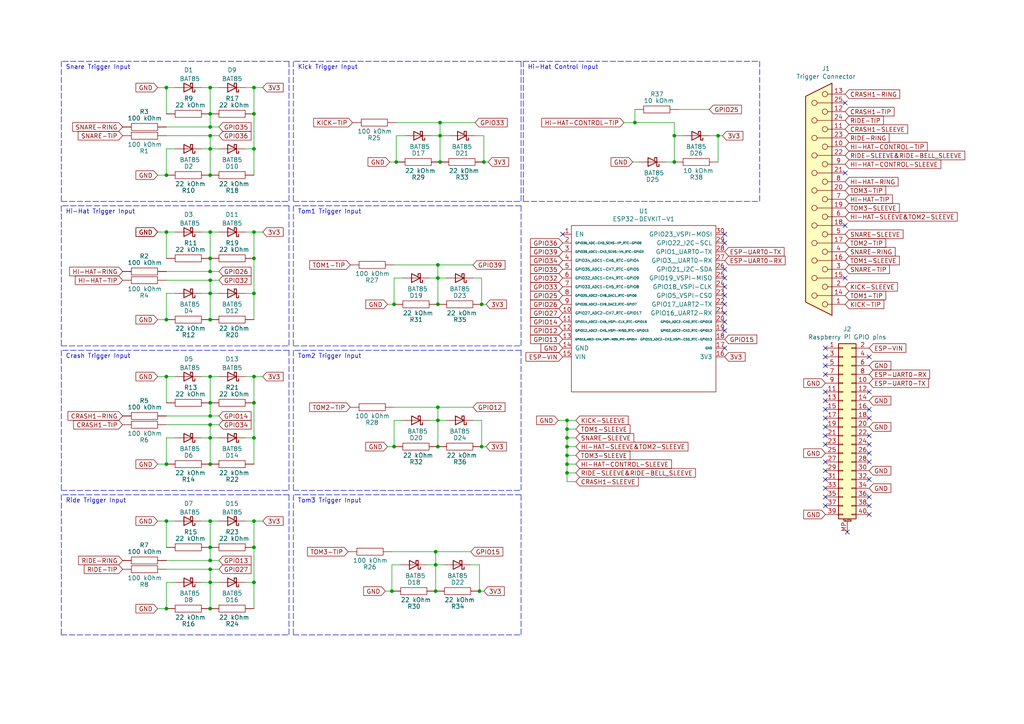
<source format=kicad_sch>
(kicad_sch (version 20211123) (generator eeschema)
  (paper "A4")
  (title_block (title "Edrumulus Prototype 4 (ESP32)") (rev "0.1") (comment 1 "Library: ESP32 board taken from  MightyMirko/esp32_devkit_38Pins") (comment 2 "DISCLAIMER: Use at your own risk.") (comment 3 "Simple front end design."))
  (junction (at 73.66 67.31))
  (junction (at 60.96 168.91))
  (junction (at 140.335 46.99))
  (junction (at 60.96 43.18))
  (junction (at 73.66 158.75))
  (junction (at 73.66 43.18))
  (junction (at 48.26 67.31))
  (junction (at 48.26 151.13))
  (junction (at 48.26 109.22))
  (junction (at 73.66 116.84))
  (junction (at 126.365 163.83))
  (junction (at 127.635 46.99))
  (junction (at 73.66 33.02))
  (junction (at 48.26 25.4))
  (junction (at 60.96 92.71))
  (junction (at 127 118.11))
  (junction (at 73.66 74.93))
  (junction (at 48.26 92.71))
  (junction (at 127 121.92))
  (junction (at 60.96 78.74))
  (junction (at 73.66 109.22))
  (junction (at 139.7 88.265))
  (junction (at 73.66 25.4))
  (junction (at 48.26 134.62))
  (junction (at 114.935 46.99))
  (junction (at 60.96 50.8))
  (junction (at 164.465 124.46))
  (junction (at 60.96 36.83))
  (junction (at 127 80.645))
  (junction (at 184.15 35.56))
  (junction (at 113.665 171.45))
  (junction (at 195.58 39.37))
  (junction (at 48.26 176.53))
  (junction (at 195.58 46.99))
  (junction (at 48.26 50.8))
  (junction (at 60.96 39.37))
  (junction (at 60.96 158.75))
  (junction (at 73.66 85.09))
  (junction (at 60.96 81.28))
  (junction (at 60.96 67.31))
  (junction (at 126.365 160.02))
  (junction (at 127 129.54))
  (junction (at 127 88.265))
  (junction (at 164.465 127))
  (junction (at 60.96 109.22))
  (junction (at 139.065 171.45))
  (junction (at 60.96 134.62))
  (junction (at 60.96 162.56))
  (junction (at 126.365 171.45))
  (junction (at 139.7 129.54))
  (junction (at 60.96 74.93))
  (junction (at 114.3 88.265))
  (junction (at 164.465 137.16))
  (junction (at 208.28 39.37))
  (junction (at 127 76.835))
  (junction (at 164.465 132.08))
  (junction (at 60.96 33.02))
  (junction (at 164.465 134.62))
  (junction (at 60.96 151.13))
  (junction (at 73.66 151.13))
  (junction (at 60.96 120.65))
  (junction (at 60.96 165.1))
  (junction (at 60.96 123.19))
  (junction (at 60.96 85.09))
  (junction (at 127.635 39.37))
  (junction (at 164.465 129.54))
  (junction (at 73.66 168.91))
  (junction (at 114.3 129.54))
  (junction (at 164.465 121.92))
  (junction (at 60.96 127))
  (junction (at 127.635 35.56))
  (junction (at 60.96 25.4))
  (junction (at 73.66 127))
  (junction (at 60.96 176.53))
  (junction (at 60.96 116.84))
  (no_connect (at 252.095 144.145))
  (no_connect (at 245.11 50.165))
  (no_connect (at 239.395 113.665))
  (no_connect (at 239.395 103.505))
  (no_connect (at 252.095 133.985))
  (no_connect (at 239.395 133.985))
  (no_connect (at 245.11 80.645))
  (no_connect (at 245.745 154.305))
  (no_connect (at 210.185 80.645))
  (no_connect (at 210.185 85.725))
  (no_connect (at 239.395 100.965))
  (no_connect (at 239.395 118.745))
  (no_connect (at 239.395 116.205))
  (no_connect (at 239.395 126.365))
  (no_connect (at 252.095 103.505))
  (no_connect (at 210.185 93.345))
  (no_connect (at 239.395 146.685))
  (no_connect (at 245.11 65.405))
  (no_connect (at 252.095 118.745))
  (no_connect (at 210.185 95.885))
  (no_connect (at 210.185 90.805))
  (no_connect (at 210.185 70.485))
  (no_connect (at 252.095 128.905))
  (no_connect (at 252.095 149.225))
  (no_connect (at 239.395 108.585))
  (no_connect (at 239.395 123.825))
  (no_connect (at 239.395 136.525))
  (no_connect (at 210.185 88.265))
  (no_connect (at 252.095 121.285))
  (no_connect (at 239.395 141.605))
  (no_connect (at 252.095 131.445))
  (no_connect (at 252.095 146.685))
  (no_connect (at 210.185 100.965))
  (no_connect (at 210.185 83.185))
  (no_connect (at 252.095 113.665))
  (no_connect (at 239.395 106.045))
  (no_connect (at 252.095 126.365))
  (no_connect (at 239.395 128.905))
  (no_connect (at 239.395 139.065))
  (no_connect (at 245.11 29.845))
  (no_connect (at 239.395 121.285))
  (no_connect (at 210.185 67.945))
  (no_connect (at 210.185 78.105))
  (no_connect (at 239.395 144.145))
  (no_connect (at 252.095 139.065))
  (no_connect (at 163.195 67.945))
  (wire (pts (xy 128.905 163.83) (xy 126.365 163.83)))
  (wire (pts (xy 63.5 151.13) (xy 60.96 151.13)))
  (wire (pts (xy 195.58 39.37) (xy 195.58 46.99)))
  (wire (pts (xy 73.66 67.31) (xy 76.2 67.31)))
  (wire (pts (xy 48.26 168.91) (xy 48.26 176.53)))
  (wire (pts (xy 58.42 151.13) (xy 60.96 151.13)))
  (polyline (pts (xy 151.13 59.69) (xy 85.09 59.69)))
  (wire (pts (xy 45.72 176.53) (xy 48.26 176.53)))
  (wire (pts (xy 48.26 151.13) (xy 45.72 151.13)))
  (polyline (pts (xy 17.78 142.24) (xy 83.82 142.24)))
  (wire (pts (xy 71.12 85.09) (xy 73.66 85.09)))
  (wire (pts (xy 63.5 25.4) (xy 60.96 25.4)))
  (wire (pts (xy 63.5 81.28) (xy 60.96 81.28)))
  (polyline (pts (xy 151.13 143.51) (xy 151.13 184.15)))
  (polyline (pts (xy 151.765 17.78) (xy 151.765 58.42)))
  (wire (pts (xy 139.7 80.645) (xy 139.7 88.265)))
  (wire (pts (xy 48.26 151.13) (xy 48.26 158.75)))
  (wire (pts (xy 50.8 168.91) (xy 48.26 168.91)))
  (polyline (pts (xy 151.13 17.78) (xy 85.09 17.78)))
  (polyline (pts (xy 83.82 59.69) (xy 83.82 100.33)))
  (wire (pts (xy 116.84 121.92) (xy 114.3 121.92)))
  (wire (pts (xy 50.8 85.09) (xy 48.26 85.09)))
  (wire (pts (xy 167.005 137.16) (xy 164.465 137.16)))
  (wire (pts (xy 63.5 123.19) (xy 60.96 123.19)))
  (wire (pts (xy 112.395 88.265) (xy 114.3 88.265)))
  (wire (pts (xy 73.66 158.75) (xy 73.66 168.91)))
  (wire (pts (xy 183.515 46.99) (xy 185.42 46.99)))
  (wire (pts (xy 58.42 109.22) (xy 60.96 109.22)))
  (wire (pts (xy 71.12 168.91) (xy 73.66 168.91)))
  (wire (pts (xy 164.465 134.62) (xy 164.465 137.16)))
  (wire (pts (xy 71.12 43.18) (xy 73.66 43.18)))
  (wire (pts (xy 48.26 162.56) (xy 60.96 162.56)))
  (wire (pts (xy 60.96 120.65) (xy 60.96 116.84)))
  (wire (pts (xy 129.54 80.645) (xy 127 80.645)))
  (wire (pts (xy 117.475 39.37) (xy 114.935 39.37)))
  (wire (pts (xy 48.26 67.31) (xy 45.72 67.31)))
  (polyline (pts (xy 85.09 142.24) (xy 151.13 142.24)))
  (wire (pts (xy 63.5 39.37) (xy 60.96 39.37)))
  (polyline (pts (xy 17.78 58.42) (xy 83.82 58.42)))
  (wire (pts (xy 60.96 67.31) (xy 60.96 74.93)))
  (wire (pts (xy 124.46 121.92) (xy 127 121.92)))
  (wire (pts (xy 167.005 134.62) (xy 164.465 134.62)))
  (polyline (pts (xy 151.13 143.51) (xy 85.09 143.51)))
  (wire (pts (xy 63.5 67.31) (xy 60.96 67.31)))
  (wire (pts (xy 73.66 127) (xy 73.66 134.62)))
  (wire (pts (xy 73.66 151.13) (xy 73.66 158.75)))
  (wire (pts (xy 63.5 168.91) (xy 60.96 168.91)))
  (wire (pts (xy 113.665 160.02) (xy 126.365 160.02)))
  (polyline (pts (xy 83.82 101.6) (xy 83.82 142.24)))
  (wire (pts (xy 58.42 168.91) (xy 60.96 168.91)))
  (wire (pts (xy 167.005 127) (xy 164.465 127)))
  (wire (pts (xy 198.12 39.37) (xy 195.58 39.37)))
  (wire (pts (xy 127 118.11) (xy 127 121.92)))
  (wire (pts (xy 50.8 151.13) (xy 48.26 151.13)))
  (wire (pts (xy 48.26 25.4) (xy 45.72 25.4)))
  (polyline (pts (xy 151.13 101.6) (xy 151.13 142.24)))
  (wire (pts (xy 63.5 120.65) (xy 60.96 120.65)))
  (wire (pts (xy 137.16 121.92) (xy 139.7 121.92)))
  (wire (pts (xy 195.58 39.37) (xy 195.58 35.56)))
  (wire (pts (xy 60.96 25.4) (xy 60.96 33.02)))
  (polyline (pts (xy 83.82 17.78) (xy 17.78 17.78)))
  (wire (pts (xy 60.96 39.37) (xy 60.96 43.18)))
  (wire (pts (xy 60.96 36.83) (xy 60.96 33.02)))
  (wire (pts (xy 71.12 127) (xy 73.66 127)))
  (wire (pts (xy 164.465 139.7) (xy 167.005 139.7)))
  (wire (pts (xy 111.76 171.45) (xy 113.665 171.45)))
  (wire (pts (xy 73.66 168.91) (xy 73.66 176.53)))
  (wire (pts (xy 127.635 35.56) (xy 137.795 35.56)))
  (wire (pts (xy 126.365 160.02) (xy 136.525 160.02)))
  (wire (pts (xy 58.42 67.31) (xy 60.96 67.31)))
  (wire (pts (xy 71.12 67.31) (xy 73.66 67.31)))
  (wire (pts (xy 140.97 129.54) (xy 139.7 129.54)))
  (polyline (pts (xy 85.09 143.51) (xy 85.09 184.15)))
  (wire (pts (xy 140.335 39.37) (xy 140.335 46.99)))
  (wire (pts (xy 114.3 121.92) (xy 114.3 129.54)))
  (wire (pts (xy 112.395 129.54) (xy 114.3 129.54)))
  (wire (pts (xy 60.96 109.22) (xy 60.96 116.84)))
  (wire (pts (xy 137.795 39.37) (xy 140.335 39.37)))
  (polyline (pts (xy 85.09 101.6) (xy 85.09 142.24)))
  (wire (pts (xy 126.365 163.83) (xy 126.365 171.45)))
  (wire (pts (xy 60.96 43.18) (xy 60.96 50.8)))
  (polyline (pts (xy 151.765 17.78) (xy 220.345 17.78)))
  (wire (pts (xy 164.465 124.46) (xy 164.465 127)))
  (wire (pts (xy 48.26 78.74) (xy 60.96 78.74)))
  (wire (pts (xy 48.26 109.22) (xy 45.72 109.22)))
  (wire (pts (xy 129.54 121.92) (xy 127 121.92)))
  (polyline (pts (xy 85.09 58.42) (xy 151.13 58.42)))
  (wire (pts (xy 73.66 74.93) (xy 73.66 85.09)))
  (wire (pts (xy 164.465 127) (xy 164.465 129.54)))
  (wire (pts (xy 71.12 25.4) (xy 73.66 25.4)))
  (polyline (pts (xy 17.78 17.78) (xy 17.78 58.42)))
  (wire (pts (xy 125.095 39.37) (xy 127.635 39.37)))
  (wire (pts (xy 139.065 163.83) (xy 139.065 171.45)))
  (polyline (pts (xy 151.13 101.6) (xy 85.09 101.6)))
  (polyline (pts (xy 151.13 59.69) (xy 151.13 100.33)))
  (wire (pts (xy 48.26 165.1) (xy 60.96 165.1)))
  (wire (pts (xy 193.04 46.99) (xy 195.58 46.99)))
  (polyline (pts (xy 17.78 184.15) (xy 83.82 184.15)))
  (wire (pts (xy 167.005 132.08) (xy 164.465 132.08)))
  (wire (pts (xy 73.66 67.31) (xy 73.66 74.93)))
  (polyline (pts (xy 85.09 59.69) (xy 85.09 100.33)))
  (wire (pts (xy 140.97 88.265) (xy 139.7 88.265)))
  (wire (pts (xy 164.465 137.16) (xy 164.465 139.7)))
  (wire (pts (xy 48.26 25.4) (xy 48.26 33.02)))
  (wire (pts (xy 50.8 43.18) (xy 48.26 43.18)))
  (wire (pts (xy 60.96 81.28) (xy 60.96 85.09)))
  (wire (pts (xy 116.84 80.645) (xy 114.3 80.645)))
  (wire (pts (xy 50.8 127) (xy 48.26 127)))
  (polyline (pts (xy 83.82 17.78) (xy 83.82 58.42)))
  (polyline (pts (xy 17.78 100.33) (xy 83.82 100.33)))
  (wire (pts (xy 71.12 109.22) (xy 73.66 109.22)))
  (wire (pts (xy 63.5 162.56) (xy 60.96 162.56)))
  (polyline (pts (xy 85.09 100.33) (xy 151.13 100.33)))
  (wire (pts (xy 140.335 171.45) (xy 139.065 171.45)))
  (wire (pts (xy 127 121.92) (xy 127 129.54)))
  (wire (pts (xy 164.465 121.92) (xy 164.465 124.46)))
  (wire (pts (xy 45.72 92.71) (xy 48.26 92.71)))
  (wire (pts (xy 58.42 127) (xy 60.96 127)))
  (wire (pts (xy 127 76.835) (xy 137.16 76.835)))
  (wire (pts (xy 71.12 151.13) (xy 73.66 151.13)))
  (wire (pts (xy 126.365 160.02) (xy 126.365 163.83)))
  (wire (pts (xy 63.5 85.09) (xy 60.96 85.09)))
  (wire (pts (xy 58.42 85.09) (xy 60.96 85.09)))
  (wire (pts (xy 60.96 127) (xy 60.96 134.62)))
  (wire (pts (xy 164.465 132.08) (xy 164.465 134.62)))
  (wire (pts (xy 48.26 36.83) (xy 60.96 36.83)))
  (wire (pts (xy 205.74 31.75) (xy 196.85 31.75)))
  (wire (pts (xy 73.66 109.22) (xy 73.66 116.84)))
  (wire (pts (xy 167.005 124.46) (xy 164.465 124.46)))
  (wire (pts (xy 195.58 35.56) (xy 184.15 35.56)))
  (wire (pts (xy 50.8 25.4) (xy 48.26 25.4)))
  (wire (pts (xy 127.635 35.56) (xy 127.635 39.37)))
  (wire (pts (xy 48.26 127) (xy 48.26 134.62)))
  (wire (pts (xy 123.825 163.83) (xy 126.365 163.83)))
  (polyline (pts (xy 83.82 59.69) (xy 17.78 59.69)))
  (wire (pts (xy 48.26 67.31) (xy 48.26 74.93)))
  (wire (pts (xy 209.55 39.37) (xy 208.28 39.37)))
  (wire (pts (xy 60.96 165.1) (xy 60.96 168.91)))
  (wire (pts (xy 50.8 67.31) (xy 48.26 67.31)))
  (wire (pts (xy 48.26 120.65) (xy 60.96 120.65)))
  (wire (pts (xy 73.66 33.02) (xy 73.66 43.18)))
  (wire (pts (xy 63.5 127) (xy 60.96 127)))
  (wire (pts (xy 45.72 134.62) (xy 48.26 134.62)))
  (wire (pts (xy 167.005 129.54) (xy 164.465 129.54)))
  (polyline (pts (xy 17.78 143.51) (xy 17.78 184.15)))
  (wire (pts (xy 127.635 39.37) (xy 127.635 46.99)))
  (wire (pts (xy 48.26 81.28) (xy 60.96 81.28)))
  (wire (pts (xy 184.15 35.56) (xy 180.975 35.56)))
  (wire (pts (xy 73.66 25.4) (xy 73.66 33.02)))
  (polyline (pts (xy 151.13 17.78) (xy 151.13 58.42)))
  (polyline (pts (xy 83.82 143.51) (xy 17.78 143.51)))
  (wire (pts (xy 114.3 80.645) (xy 114.3 88.265)))
  (wire (pts (xy 58.42 25.4) (xy 60.96 25.4)))
  (wire (pts (xy 73.66 25.4) (xy 76.2 25.4)))
  (wire (pts (xy 167.005 121.92) (xy 164.465 121.92)))
  (wire (pts (xy 60.96 78.74) (xy 60.96 74.93)))
  (polyline (pts (xy 17.78 59.69) (xy 17.78 100.33)))
  (wire (pts (xy 114.3 118.11) (xy 127 118.11)))
  (wire (pts (xy 48.26 39.37) (xy 60.96 39.37)))
  (wire (pts (xy 184.15 31.75) (xy 184.15 35.56)))
  (wire (pts (xy 48.26 43.18) (xy 48.26 50.8)))
  (wire (pts (xy 161.925 121.92) (xy 164.465 121.92)))
  (wire (pts (xy 63.5 43.18) (xy 60.96 43.18)))
  (wire (pts (xy 127 80.645) (xy 127 88.265)))
  (wire (pts (xy 60.96 85.09) (xy 60.96 92.71)))
  (wire (pts (xy 114.3 76.835) (xy 127 76.835)))
  (wire (pts (xy 63.5 109.22) (xy 60.96 109.22)))
  (wire (pts (xy 60.96 123.19) (xy 60.96 127)))
  (polyline (pts (xy 83.82 143.51) (xy 83.82 184.15)))
  (wire (pts (xy 127 76.835) (xy 127 80.645)))
  (wire (pts (xy 60.96 151.13) (xy 60.96 158.75)))
  (polyline (pts (xy 17.78 101.6) (xy 17.78 142.24)))
  (wire (pts (xy 141.605 46.99) (xy 140.335 46.99)))
  (wire (pts (xy 139.7 121.92) (xy 139.7 129.54)))
  (wire (pts (xy 114.935 35.56) (xy 127.635 35.56)))
  (wire (pts (xy 164.465 129.54) (xy 164.465 132.08)))
  (wire (pts (xy 73.66 116.84) (xy 73.66 127)))
  (wire (pts (xy 205.74 39.37) (xy 208.28 39.37)))
  (wire (pts (xy 208.28 39.37) (xy 208.28 46.99)))
  (wire (pts (xy 73.66 43.18) (xy 73.66 50.8)))
  (wire (pts (xy 63.5 78.74) (xy 60.96 78.74)))
  (wire (pts (xy 48.26 109.22) (xy 48.26 116.84)))
  (polyline (pts (xy 220.345 17.78) (xy 220.345 58.42)))
  (wire (pts (xy 114.935 39.37) (xy 114.935 46.99)))
  (wire (pts (xy 124.46 80.645) (xy 127 80.645)))
  (wire (pts (xy 60.96 162.56) (xy 60.96 158.75)))
  (wire (pts (xy 63.5 36.83) (xy 60.96 36.83)))
  (wire (pts (xy 127 118.11) (xy 137.16 118.11)))
  (wire (pts (xy 58.42 43.18) (xy 60.96 43.18)))
  (wire (pts (xy 136.525 163.83) (xy 139.065 163.83)))
  (polyline (pts (xy 85.09 184.15) (xy 151.13 184.15)))
  (wire (pts (xy 50.8 109.22) (xy 48.26 109.22)))
  (wire (pts (xy 45.72 50.8) (xy 48.26 50.8)))
  (polyline (pts (xy 151.765 58.42) (xy 220.345 58.42)))
  (wire (pts (xy 113.03 46.99) (xy 114.935 46.99)))
  (wire (pts (xy 48.26 85.09) (xy 48.26 92.71)))
  (wire (pts (xy 73.66 151.13) (xy 76.2 151.13)))
  (wire (pts (xy 130.175 39.37) (xy 127.635 39.37)))
  (polyline (pts (xy 85.09 17.78) (xy 85.09 58.42)))
  (wire (pts (xy 113.665 163.83) (xy 113.665 171.45)))
  (wire (pts (xy 73.66 109.22) (xy 76.2 109.22)))
  (wire (pts (xy 63.5 165.1) (xy 60.96 165.1)))
  (wire (pts (xy 116.205 163.83) (xy 113.665 163.83)))
  (wire (pts (xy 48.26 123.19) (xy 60.96 123.19)))
  (wire (pts (xy 60.96 168.91) (xy 60.96 176.53)))
  (wire (pts (xy 73.66 85.09) (xy 73.66 92.71)))
  (polyline (pts (xy 83.82 101.6) (xy 17.78 101.6)))
  (wire (pts (xy 137.16 80.645) (xy 139.7 80.645)))
  (text "Snare Trigger Input" (at 19.05 20.32 0) (effects (font (size 1.27 1.27)) (justify left bottom)))
  (text "Tom2 Trigger Input" (at 86.36 104.14 0) (effects (font (size 1.27 1.27)) (justify left bottom)))
  (text "Tom3 Trigger Input" (at 86.36 146.05 0) (effects (font (size 1.27 1.27)) (justify left bottom)))
  (text "Kick Trigger Input" (at 86.36 20.32 0) (effects (font (size 1.27 1.27)) (justify left bottom)))
  (text "Crash Trigger Input" (at 19.05 104.14 0) (effects (font (size 1.27 1.27)) (justify left bottom)))
  (text "Hi-Hat Trigger Input" (at 19.05 62.23 0) (effects (font (size 1.27 1.27)) (justify left bottom)))
  (text "Hi-Hat Control Input" (at 153.035 20.32 0) (effects (font (size 1.27 1.27)) (justify left bottom)))
  (text "Tom1 Trigger Input" (at 86.36 62.23 0) (effects (font (size 1.27 1.27)) (justify left bottom)))
  (text "Ride Trigger Input" (at 19.05 146.05 0) (effects (font (size 1.27 1.27)) (justify left bottom)))
  (global_label "HI-HAT-TIP" (shape input) (at 35.56 81.28 180) (property "Referenzen zwischen Schaltplänen" "${INTERSHEET_REFS}" (effects hide)))
  (global_label "GPIO26" (shape input) (at 163.195 88.265 180) (property "Referenzen zwischen Schaltplänen" "${INTERSHEET_REFS}" (effects hide)))
  (global_label "GND" (shape input) (at 111.76 171.45 180) (property "Referenzen zwischen Schaltplänen" "${INTERSHEET_REFS}" (effects hide)))
  (global_label "GPIO14" (shape input) (at 63.5 120.65 0) (property "Referenzen zwischen Schaltplänen" "${INTERSHEET_REFS}" (effects hide)))
  (global_label "GND" (shape input) (at 45.72 67.31 180) (property "Referenzen zwischen Schaltplänen" "${INTERSHEET_REFS}" (effects hide)))
  (global_label "TOM1-TIP" (shape input) (at 245.11 85.725 0) (property "Referenzen zwischen Schaltplänen" "${INTERSHEET_REFS}" (effects hide)))
  (global_label "GPIO27" (shape input) (at 163.195 90.805 180) (property "Referenzen zwischen Schaltplänen" "${INTERSHEET_REFS}" (effects hide)))
  (global_label "TOM3-SLEEVE" (shape input) (at 245.11 60.325 0) (property "Referenzen zwischen Schaltplänen" "${INTERSHEET_REFS}" (effects hide)))
  (global_label "GPIO34" (shape input) (at 163.195 75.565 180) (property "Referenzen zwischen Schaltplänen" "${INTERSHEET_REFS}" (effects hide)))
  (global_label "ESP-VIN" (shape input) (at 252.095 100.965 0) (property "Referenzen zwischen Schaltplänen" "${INTERSHEET_REFS}" (effects hide)))
  (global_label "SNARE-RING" (shape input) (at 35.56 36.83 180) (property "Referenzen zwischen Schaltplänen" "${INTERSHEET_REFS}" (effects hide)))
  (global_label "GPIO27" (shape input) (at 63.5 165.1 0) (property "Referenzen zwischen Schaltplänen" "${INTERSHEET_REFS}" (effects hide)))
  (global_label "RIDE-TIP" (shape input) (at 245.11 34.925 0) (property "Referenzen zwischen Schaltplänen" "${INTERSHEET_REFS}" (effects hide)))
  (global_label "3V3" (shape input) (at 140.97 129.54 0) (property "Referenzen zwischen Schaltplänen" "${INTERSHEET_REFS}" (effects hide)))
  (global_label "GPIO13" (shape input) (at 163.195 98.425 180) (property "Referenzen zwischen Schaltplänen" "${INTERSHEET_REFS}" (effects hide)))
  (global_label "CRASH1-RING" (shape input) (at 245.11 27.305 0) (property "Referenzen zwischen Schaltplänen" "${INTERSHEET_REFS}" (effects hide)))
  (global_label "GPIO32" (shape input) (at 163.195 80.645 180) (property "Referenzen zwischen Schaltplänen" "${INTERSHEET_REFS}" (effects hide)))
  (global_label "KICK-SLEEVE" (shape input) (at 245.11 83.185 0) (property "Referenzen zwischen Schaltplänen" "${INTERSHEET_REFS}" (effects hide)))
  (global_label "SNARE-RING" (shape input) (at 245.11 73.025 0) (property "Referenzen zwischen Schaltplänen" "${INTERSHEET_REFS}" (effects hide)))
  (global_label "TOM1-SLEEVE" (shape input) (at 167.005 124.46 0) (property "Referenzen zwischen Schaltplänen" "${INTERSHEET_REFS}" (effects hide)))
  (global_label "GND" (shape input) (at 252.095 116.205 0) (property "Referenzen zwischen Schaltplänen" "${INTERSHEET_REFS}" (effects hide)))
  (global_label "GPIO39" (shape input) (at 137.16 76.835 0) (property "Referenzen zwischen Schaltplänen" "${INTERSHEET_REFS}" (effects hide)))
  (global_label "GND" (shape input) (at 45.72 176.53 180) (property "Referenzen zwischen Schaltplänen" "${INTERSHEET_REFS}" (effects hide)))
  (global_label "GND" (shape input) (at 45.72 151.13 180) (property "Referenzen zwischen Schaltplänen" "${INTERSHEET_REFS}" (effects hide)))
  (global_label "GND" (shape input) (at 239.395 131.445 180) (property "Referenzen zwischen Schaltplänen" "${INTERSHEET_REFS}" (effects hide)))
  (global_label "ESP-VIN" (shape input) (at 163.195 103.505 180) (property "Referenzen zwischen Schaltplänen" "${INTERSHEET_REFS}" (effects hide)))
  (global_label "3V3" (shape input) (at 76.2 67.31 0) (property "Referenzen zwischen Schaltplänen" "${INTERSHEET_REFS}" (effects hide)))
  (global_label "GND" (shape input) (at 163.195 100.965 180) (property "Referenzen zwischen Schaltplänen" "${INTERSHEET_REFS}" (effects hide)))
  (global_label "GPIO14" (shape input) (at 163.195 93.345 180) (property "Referenzen zwischen Schaltplänen" "${INTERSHEET_REFS}" (effects hide)))
  (global_label "GND" (shape input) (at 161.925 121.92 180) (property "Referenzen zwischen Schaltplänen" "${INTERSHEET_REFS}" (effects hide)))
  (global_label "GND" (shape input) (at 112.395 129.54 180) (property "Referenzen zwischen Schaltplänen" "${INTERSHEET_REFS}" (effects hide)))
  (global_label "TOM3-TIP" (shape input) (at 245.11 55.245 0) (property "Referenzen zwischen Schaltplänen" "${INTERSHEET_REFS}" (effects hide)))
  (global_label "GND" (shape input) (at 113.03 46.99 180) (property "Referenzen zwischen Schaltplänen" "${INTERSHEET_REFS}" (effects hide)))
  (global_label "HI-HAT-CONTROL-TIP" (shape input) (at 180.975 35.56 180) (property "Referenzen zwischen Schaltplänen" "${INTERSHEET_REFS}" (effects hide)))
  (global_label "3V3" (shape input) (at 76.2 25.4 0) (property "Referenzen zwischen Schaltplänen" "${INTERSHEET_REFS}" (effects hide)))
  (global_label "TOM1-SLEEVE" (shape input) (at 245.11 75.565 0) (property "Referenzen zwischen Schaltplänen" "${INTERSHEET_REFS}" (effects hide)))
  (global_label "SNARE-SLEEVE" (shape input) (at 245.11 67.945 0) (property "Referenzen zwischen Schaltplänen" "${INTERSHEET_REFS}" (effects hide)))
  (global_label "CRASH1-TIP" (shape input) (at 35.56 123.19 180) (property "Referenzen zwischen Schaltplänen" "${INTERSHEET_REFS}" (effects hide)))
  (global_label "GND" (shape input) (at 45.72 67.31 180) (property "Referenzen zwischen Schaltplänen" "${INTERSHEET_REFS}" (effects hide)))
  (global_label "HI-HAT-TIP" (shape input) (at 245.11 57.785 0) (property "Referenzen zwischen Schaltplänen" "${INTERSHEET_REFS}" (effects hide)))
  (global_label "3V3" (shape input) (at 209.55 39.37 0) (property "Referenzen zwischen Schaltplänen" "${INTERSHEET_REFS}" (effects hide)))
  (global_label "GPIO36" (shape input) (at 63.5 39.37 0) (property "Referenzen zwischen Schaltplänen" "${INTERSHEET_REFS}" (effects hide)))
  (global_label "GND" (shape input) (at 45.72 109.22 180) (property "Referenzen zwischen Schaltplänen" "${INTERSHEET_REFS}" (effects hide)))
  (global_label "GPIO15" (shape input) (at 210.185 98.425 0) (property "Referenzen zwischen Schaltplänen" "${INTERSHEET_REFS}" (effects hide)))
  (global_label "HI-HAT-CONTROL-SLEEVE" (shape input) (at 167.005 134.62 0) (property "Referenzen zwischen Schaltplänen" "${INTERSHEET_REFS}" (effects hide)))
  (global_label "GND" (shape input) (at 45.72 25.4 180) (property "Referenzen zwischen Schaltplänen" "${INTERSHEET_REFS}" (effects hide)))
  (global_label "HI-HAT-RING" (shape input) (at 35.56 78.74 180) (property "Referenzen zwischen Schaltplänen" "${INTERSHEET_REFS}" (effects hide)))
  (global_label "CRASH1-SLEEVE" (shape input) (at 167.005 139.7 0) (property "Referenzen zwischen Schaltplänen" "${INTERSHEET_REFS}" (effects hide)))
  (global_label "GND" (shape input) (at 239.395 149.225 180) (property "Referenzen zwischen Schaltplänen" "${INTERSHEET_REFS}" (effects hide)))
  (global_label "ESP-UART0-TX" (shape input) (at 210.185 73.025 0) (property "Referenzen zwischen Schaltplänen" "${INTERSHEET_REFS}" (effects hide)))
  (global_label "KICK-TIP" (shape input) (at 102.235 35.56 180) (property "Referenzen zwischen Schaltplänen" "${INTERSHEET_REFS}" (effects hide)))
  (global_label "GND" (shape input) (at 112.395 88.265 180) (property "Referenzen zwischen Schaltplänen" "${INTERSHEET_REFS}" (effects hide)))
  (global_label "RIDE-SLEEVE&RIDE-BELL_SLEEVE" (shape input) (at 167.005 137.16 0) (property "Referenzen zwischen Schaltplänen" "${INTERSHEET_REFS}" (effects hide)))
  (global_label "TOM3-SLEEVE" (shape input) (at 167.005 132.08 0) (property "Referenzen zwischen Schaltplänen" "${INTERSHEET_REFS}" (effects hide)))
  (global_label "TOM2-TIP" (shape input) (at 245.11 70.485 0) (property "Referenzen zwischen Schaltplänen" "${INTERSHEET_REFS}" (effects hide)))
  (global_label "RIDE-SLEEVE&RIDE-BELL_SLEEVE" (shape input) (at 245.11 45.085 0) (property "Referenzen zwischen Schaltplänen" "${INTERSHEET_REFS}" (effects hide)))
  (global_label "3V3" (shape input) (at 76.2 151.13 0) (property "Referenzen zwischen Schaltplänen" "${INTERSHEET_REFS}" (effects hide)))
  (global_label "HI-HAT-CONTROL-TIP" (shape input) (at 245.11 42.545 0) (property "Referenzen zwischen Schaltplänen" "${INTERSHEET_REFS}" (effects hide)))
  (global_label "GPIO25" (shape input) (at 163.195 85.725 180) (property "Referenzen zwischen Schaltplänen" "${INTERSHEET_REFS}" (effects hide)))
  (global_label "ESP-UART0-RX" (shape input) (at 252.095 108.585 0) (property "Referenzen zwischen Schaltplänen" "${INTERSHEET_REFS}" (effects hide)))
  (global_label "ESP-UART0-RX" (shape input) (at 210.185 75.565 0) (property "Referenzen zwischen Schaltplänen" "${INTERSHEET_REFS}" (effects hide)))
  (global_label "GPIO25" (shape input) (at 205.74 31.75 0) (property "Referenzen zwischen Schaltplänen" "${INTERSHEET_REFS}" (effects hide)))
  (global_label "SNARE-TIP" (shape input) (at 35.56 39.37 180) (property "Referenzen zwischen Schaltplänen" "${INTERSHEET_REFS}" (effects hide)))
  (global_label "GPIO33" (shape input) (at 137.795 35.56 0) (property "Referenzen zwischen Schaltplänen" "${INTERSHEET_REFS}" (effects hide)))
  (global_label "SNARE-SLEEVE" (shape input) (at 167.005 127 0) (property "Referenzen zwischen Schaltplänen" "${INTERSHEET_REFS}" (effects hide)))
  (global_label "GPIO35" (shape input) (at 163.195 78.105 180) (property "Referenzen zwischen Schaltplänen" "${INTERSHEET_REFS}" (effects hide)))
  (global_label "GPIO34" (shape input) (at 63.5 123.19 0) (property "Referenzen zwischen Schaltplänen" "${INTERSHEET_REFS}" (effects hide)))
  (global_label "3V3" (shape input) (at 76.2 109.22 0) (property "Referenzen zwischen Schaltplänen" "${INTERSHEET_REFS}" (effects hide)))
  (global_label "GPIO32" (shape input) (at 63.5 81.28 0) (property "Referenzen zwischen Schaltplänen" "${INTERSHEET_REFS}" (effects hide)))
  (global_label "TOM3-TIP" (shape input) (at 100.965 160.02 180) (property "Referenzen zwischen Schaltplänen" "${INTERSHEET_REFS}" (effects hide)))
  (global_label "GPIO39" (shape input) (at 163.195 73.025 180) (property "Referenzen zwischen Schaltplänen" "${INTERSHEET_REFS}" (effects hide)))
  (global_label "GND" (shape input) (at 252.095 106.045 0) (property "Referenzen zwischen Schaltplänen" "${INTERSHEET_REFS}" (effects hide)))
  (global_label "HI-HAT-SLEEVE&TOM2-SLEEVE" (shape input) (at 245.11 62.865 0) (property "Referenzen zwischen Schaltplänen" "${INTERSHEET_REFS}" (effects hide)))
  (global_label "CRASH1-SLEEVE" (shape input) (at 245.11 37.465 0) (property "Referenzen zwischen Schaltplänen" "${INTERSHEET_REFS}" (effects hide)))
  (global_label "GPIO15" (shape input) (at 136.525 160.02 0) (property "Referenzen zwischen Schaltplänen" "${INTERSHEET_REFS}" (effects hide)))
  (global_label "GPIO33" (shape input) (at 163.195 83.185 180) (property "Referenzen zwischen Schaltplänen" "${INTERSHEET_REFS}" (effects hide)))
  (global_label "GPIO12" (shape input) (at 163.195 95.885 180) (property "Referenzen zwischen Schaltplänen" "${INTERSHEET_REFS}" (effects hide)))
  (global_label "GND" (shape input) (at 252.095 123.825 0) (property "Referenzen zwischen Schaltplänen" "${INTERSHEET_REFS}" (effects hide)))
  (global_label "GND" (shape input) (at 45.72 92.71 180) (property "Referenzen zwischen Schaltplänen" "${INTERSHEET_REFS}" (effects hide)))
  (global_label "RIDE-TIP" (shape input) (at 35.56 165.1 180) (property "Referenzen zwischen Schaltplänen" "${INTERSHEET_REFS}" (effects hide)))
  (global_label "GPIO13" (shape input) (at 63.5 162.56 0) (property "Referenzen zwischen Schaltplänen" "${INTERSHEET_REFS}" (effects hide)))
  (global_label "GPIO26" (shape input) (at 63.5 78.74 0) (property "Referenzen zwischen Schaltplänen" "${INTERSHEET_REFS}" (effects hide)))
  (global_label "GND" (shape input) (at 45.72 50.8 180) (property "Referenzen zwischen Schaltplänen" "${INTERSHEET_REFS}" (effects hide)))
  (global_label "HI-HAT-RING" (shape input) (at 245.11 52.705 0) (property "Referenzen zwischen Schaltplänen" "${INTERSHEET_REFS}" (effects hide)))
  (global_label "GND" (shape input) (at 183.515 46.99 180) (property "Referenzen zwischen Schaltplänen" "${INTERSHEET_REFS}" (effects hide)))
  (global_label "3V3" (shape input) (at 140.335 171.45 0) (property "Referenzen zwischen Schaltplänen" "${INTERSHEET_REFS}" (effects hide)))
  (global_label "KICK-SLEEVE" (shape input) (at 167.005 121.92 0) (property "Referenzen zwischen Schaltplänen" "${INTERSHEET_REFS}" (effects hide)))
  (global_label "TOM1-TIP" (shape input) (at 101.6 76.835 180) (property "Referenzen zwischen Schaltplänen" "${INTERSHEET_REFS}" (effects hide)))
  (global_label "GND" (shape input) (at 239.395 111.125 180) (property "Referenzen zwischen Schaltplänen" "${INTERSHEET_REFS}" (effects hide)))
  (global_label "KICK-TIP" (shape input) (at 245.11 88.265 0) (property "Referenzen zwischen Schaltplänen" "${INTERSHEET_REFS}" (effects hide)))
  (global_label "GPIO12" (shape input) (at 137.16 118.11 0) (property "Referenzen zwischen Schaltplänen" "${INTERSHEET_REFS}" (effects hide)))
  (global_label "GND" (shape input) (at 45.72 134.62 180) (property "Referenzen zwischen Schaltplänen" "${INTERSHEET_REFS}" (effects hide)))
  (global_label "CRASH1-RING" (shape input) (at 35.56 120.65 180) (property "Referenzen zwischen Schaltplänen" "${INTERSHEET_REFS}" (effects hide)))
  (global_label "CRASH1-TIP" (shape input) (at 245.11 32.385 0) (property "Referenzen zwischen Schaltplänen" "${INTERSHEET_REFS}" (effects hide)))
  (global_label "RIDE-RING" (shape input) (at 245.11 40.005 0) (property "Referenzen zwischen Schaltplänen" "${INTERSHEET_REFS}" (effects hide)))
  (global_label "3V3" (shape input) (at 210.185 103.505 0) (property "Referenzen zwischen Schaltplänen" "${INTERSHEET_REFS}" (effects hide)))
  (global_label "HI-HAT-CONTROL-SLEEVE" (shape input) (at 245.11 47.625 0) (property "Referenzen zwischen Schaltplänen" "${INTERSHEET_REFS}" (effects hide)))
  (global_label "GND" (shape input) (at 252.095 141.605 0) (property "Referenzen zwischen Schaltplänen" "${INTERSHEET_REFS}" (effects hide)))
  (global_label "3V3" (shape input) (at 141.605 46.99 0) (property "Referenzen zwischen Schaltplänen" "${INTERSHEET_REFS}" (effects hide)))
  (global_label "3V3" (shape input) (at 140.97 88.265 0) (property "Referenzen zwischen Schaltplänen" "${INTERSHEET_REFS}" (effects hide)))
  (global_label "SNARE-TIP" (shape input) (at 245.11 78.105 0) (property "Referenzen zwischen Schaltplänen" "${INTERSHEET_REFS}" (effects hide)))
  (global_label "GPIO35" (shape input) (at 63.5 36.83 0) (property "Referenzen zwischen Schaltplänen" "${INTERSHEET_REFS}" (effects hide)))
  (global_label "TOM2-TIP" (shape input) (at 101.6 118.11 180) (property "Referenzen zwischen Schaltplänen" "${INTERSHEET_REFS}" (effects hide)))
  (global_label "RIDE-RING" (shape input) (at 35.56 162.56 180) (property "Referenzen zwischen Schaltplänen" "${INTERSHEET_REFS}" (effects hide)))
  (global_label "HI-HAT-SLEEVE&TOM2-SLEEVE" (shape input) (at 167.005 129.54 0) (property "Referenzen zwischen Schaltplänen" "${INTERSHEET_REFS}" (effects hide)))
  (global_label "GPIO36" (shape input) (at 163.195 70.485 180) (property "Referenzen zwischen Schaltplänen" "${INTERSHEET_REFS}" (effects hide)))
  (global_label "GND" (shape input) (at 252.095 136.525 0) (property "Referenzen zwischen Schaltplänen" "${INTERSHEET_REFS}" (effects hide)))
  (global_label "ESP-UART0-TX" (shape input) (at 252.095 111.125 0) (property "Referenzen zwischen Schaltplänen" "${INTERSHEET_REFS}" (effects hide)))
  (symbol (lib_id "doit-esp32-devkit-v1:ESP32-DEVKIT-V1") (at 187.325 75.565 0) (unit 1)
    (property "Reference" "U1" (at 186.69 61.214 0))
    (property "Value" "ESP32-DEVKIT-V1" (at 186.69 63.5254 0))
    (property "Footprint" "edrumulus:esp32_devkit_v1" (effects hide))
  )
  (symbol (lib_id "pspice:R") (at 41.91 36.83 90) (unit 1)
    (property "Reference" "R3" (at 43.18 32.385 90) (effects (justify left)))
    (property "Value" "100 kOhm" (at 46.99 34.29 90) (effects (justify left)))
    (property "Footprint" "Resistor_SMD:R_1206_3216Metric_Pad1.30x1.75mm_HandSolder" (effects hide))
  )
  (symbol (lib_id "pspice:R") (at 67.31 33.02 270) (unit 1)
    (property "Reference" "R17" (at 65.405 28.575 90) (effects (justify left)))
    (property "Value" "22 kOhm" (at 63.5 30.48 90) (effects (justify left)))
    (property "Footprint" "Resistor_SMD:R_1206_3216Metric_Pad1.30x1.75mm_HandSolder" (effects hide))
  )
  (symbol (lib_id "Diode:BAT85") (at 54.61 25.4 180) (unit 1)
    (property "Reference" "D1" (at 53.34 20.32 0) (effects (justify right)))
    (property "Value" "BAT85" (at 52.07 22.86 0) (effects (justify right)))
    (property "Footprint" "Diode_SMD:D_MiniMELF" (effects hide))
    (property "Datasheet" "https://assets.nexperia.com/documents/data-sheet/BAT85.pdf" (effects hide))
  )
  (symbol (lib_id "Diode:BAT85") (at 67.31 25.4 180) (unit 1)
    (property "Reference" "D9" (at 67.31 20.32 0))
    (property "Value" "BAT85" (at 67.31 22.86 0))
    (property "Footprint" "Diode_SMD:D_MiniMELF" (effects hide))
    (property "Datasheet" "https://assets.nexperia.com/documents/data-sheet/BAT85.pdf" (effects hide))
  )
  (symbol (lib_id "pspice:R") (at 54.61 33.02 270) (unit 1)
    (property "Reference" "R9" (at 53.34 28.575 90) (effects (justify left)))
    (property "Value" "22 kOhm" (at 50.8 30.48 90) (effects (justify left)))
    (property "Footprint" "Resistor_SMD:R_1206_3216Metric_Pad1.30x1.75mm_HandSolder" (effects hide))
  )
  (symbol (lib_id "pspice:R") (at 67.31 50.8 270) (unit 1)
    (property "Reference" "R18" (at 65.405 55.245 90) (effects (justify left)))
    (property "Value" "22 kOhm" (at 63.5 53.34 90) (effects (justify left)))
    (property "Footprint" "Resistor_SMD:R_1206_3216Metric_Pad1.30x1.75mm_HandSolder" (effects hide))
  )
  (symbol (lib_id "Diode:BAT85") (at 54.61 43.18 180) (unit 1)
    (property "Reference" "D2" (at 53.34 48.26 0) (effects (justify right)))
    (property "Value" "BAT85" (at 52.07 46.355 0) (effects (justify right)))
    (property "Footprint" "Diode_SMD:D_MiniMELF" (effects hide))
    (property "Datasheet" "https://assets.nexperia.com/documents/data-sheet/BAT85.pdf" (effects hide))
  )
  (symbol (lib_id "Diode:BAT85") (at 67.31 43.18 180) (unit 1)
    (property "Reference" "D10" (at 67.31 48.26 0))
    (property "Value" "BAT85" (at 67.31 46.355 0))
    (property "Footprint" "Diode_SMD:D_MiniMELF" (effects hide))
    (property "Datasheet" "https://assets.nexperia.com/documents/data-sheet/BAT85.pdf" (effects hide))
  )
  (symbol (lib_id "pspice:R") (at 54.61 50.8 270) (unit 1)
    (property "Reference" "R10" (at 52.705 55.245 90) (effects (justify left)))
    (property "Value" "22 kOhm" (at 50.8 53.34 90) (effects (justify left)))
    (property "Footprint" "Resistor_SMD:R_1206_3216Metric_Pad1.30x1.75mm_HandSolder" (effects hide))
  )
  (symbol (lib_id "pspice:R") (at 41.91 39.37 90) (unit 1)
    (property "Reference" "R1" (at 43.18 43.815 90) (effects (justify left)))
    (property "Value" "100 kOhm" (at 46.99 41.91 90) (effects (justify left)))
    (property "Footprint" "Resistor_SMD:R_1206_3216Metric_Pad1.30x1.75mm_HandSolder" (effects hide))
  )
  (symbol (lib_id "pspice:R") (at 133.985 46.99 270) (unit 1)
    (property "Reference" "R33" (at 132.08 51.435 90) (effects (justify left)))
    (property "Value" "22 kOhm" (at 130.175 49.53 90) (effects (justify left)))
    (property "Footprint" "Resistor_SMD:R_1206_3216Metric_Pad1.30x1.75mm_HandSolder" (effects hide))
  )
  (symbol (lib_id "Diode:BAT85") (at 121.285 39.37 180) (unit 1)
    (property "Reference" "D17" (at 119.38 44.45 0) (effects (justify right)))
    (property "Value" "BAT85" (at 118.745 42.545 0) (effects (justify right)))
    (property "Footprint" "Diode_SMD:D_MiniMELF" (effects hide))
    (property "Datasheet" "https://assets.nexperia.com/documents/data-sheet/BAT85.pdf" (effects hide))
  )
  (symbol (lib_id "Diode:BAT85") (at 133.985 39.37 180) (unit 1)
    (property "Reference" "D21" (at 133.985 44.45 0))
    (property "Value" "BAT85" (at 133.985 42.545 0))
    (property "Footprint" "Diode_SMD:D_MiniMELF" (effects hide))
    (property "Datasheet" "https://assets.nexperia.com/documents/data-sheet/BAT85.pdf" (effects hide))
  )
  (symbol (lib_id "pspice:R") (at 121.285 46.99 270) (unit 1)
    (property "Reference" "R29" (at 119.38 51.435 90) (effects (justify left)))
    (property "Value" "22 kOhm" (at 117.475 49.53 90) (effects (justify left)))
    (property "Footprint" "Resistor_SMD:R_1206_3216Metric_Pad1.30x1.75mm_HandSolder" (effects hide))
  )
  (symbol (lib_id "pspice:R") (at 108.585 35.56 90) (unit 1)
    (property "Reference" "R25" (at 110.49 40.005 90) (effects (justify left)))
    (property "Value" "100 kOhm" (at 113.665 38.1 90) (effects (justify left)))
    (property "Footprint" "Resistor_SMD:R_1206_3216Metric_Pad1.30x1.75mm_HandSolder" (effects hide))
  )
  (symbol (lib_id "pspice:R") (at 41.91 78.74 90) (unit 1)
    (property "Reference" "R2" (at 43.18 74.295 90) (effects (justify left)))
    (property "Value" "100 kOhm" (at 46.99 76.2 90) (effects (justify left)))
    (property "Footprint" "Resistor_SMD:R_1206_3216Metric_Pad1.30x1.75mm_HandSolder" (effects hide))
  )
  (symbol (lib_id "pspice:R") (at 67.31 74.93 270) (unit 1)
    (property "Reference" "R19" (at 65.405 70.485 90) (effects (justify left)))
    (property "Value" "22 kOhm" (at 63.5 72.39 90) (effects (justify left)))
    (property "Footprint" "Resistor_SMD:R_1206_3216Metric_Pad1.30x1.75mm_HandSolder" (effects hide))
  )
  (symbol (lib_id "pspice:R") (at 54.61 74.93 270) (unit 1)
    (property "Reference" "R11" (at 53.34 70.485 90) (effects (justify left)))
    (property "Value" "22 kOhm" (at 50.8 72.39 90) (effects (justify left)))
    (property "Footprint" "Resistor_SMD:R_1206_3216Metric_Pad1.30x1.75mm_HandSolder" (effects hide))
  )
  (symbol (lib_id "pspice:R") (at 67.31 92.71 270) (unit 1)
    (property "Reference" "R20" (at 65.405 97.155 90) (effects (justify left)))
    (property "Value" "22 kOhm" (at 63.5 95.25 90) (effects (justify left)))
    (property "Footprint" "Resistor_SMD:R_1206_3216Metric_Pad1.30x1.75mm_HandSolder" (effects hide))
  )
  (symbol (lib_id "Diode:BAT85") (at 54.61 85.09 180) (unit 1)
    (property "Reference" "D4" (at 53.34 90.17 0) (effects (justify right)))
    (property "Value" "BAT85" (at 52.07 88.265 0) (effects (justify right)))
    (property "Footprint" "Diode_SMD:D_MiniMELF" (effects hide))
    (property "Datasheet" "https://assets.nexperia.com/documents/data-sheet/BAT85.pdf" (effects hide))
  )
  (symbol (lib_id "Diode:BAT85") (at 67.31 85.09 180) (unit 1)
    (property "Reference" "D12" (at 67.31 90.17 0))
    (property "Value" "BAT85" (at 67.31 88.265 0))
    (property "Footprint" "Diode_SMD:D_MiniMELF" (effects hide))
    (property "Datasheet" "https://assets.nexperia.com/documents/data-sheet/BAT85.pdf" (effects hide))
  )
  (symbol (lib_id "pspice:R") (at 54.61 92.71 270) (unit 1)
    (property "Reference" "R12" (at 52.705 97.155 90) (effects (justify left)))
    (property "Value" "22 kOhm" (at 50.8 95.25 90) (effects (justify left)))
    (property "Footprint" "Resistor_SMD:R_1206_3216Metric_Pad1.30x1.75mm_HandSolder" (effects hide))
  )
  (symbol (lib_id "pspice:R") (at 41.91 81.28 90) (unit 1)
    (property "Reference" "R4" (at 43.18 85.725 90) (effects (justify left)))
    (property "Value" "100 kOhm" (at 46.99 83.82 90) (effects (justify left)))
    (property "Footprint" "Resistor_SMD:R_1206_3216Metric_Pad1.30x1.75mm_HandSolder" (effects hide))
  )
  (symbol (lib_id "Diode:BAT85") (at 54.61 67.31 180) (unit 1)
    (property "Reference" "D3" (at 53.34 62.23 0) (effects (justify right)))
    (property "Value" "BAT85" (at 52.07 64.77 0) (effects (justify right)))
    (property "Footprint" "Diode_SMD:D_MiniMELF" (effects hide))
    (property "Datasheet" "https://assets.nexperia.com/documents/data-sheet/BAT85.pdf" (effects hide))
  )
  (symbol (lib_id "Diode:BAT85") (at 67.31 67.31 180) (unit 1)
    (property "Reference" "D11" (at 67.31 62.23 0))
    (property "Value" "BAT85" (at 67.31 64.77 0))
    (property "Footprint" "Diode_SMD:D_MiniMELF" (effects hide))
    (property "Datasheet" "https://assets.nexperia.com/documents/data-sheet/BAT85.pdf" (effects hide))
  )
  (symbol (lib_id "pspice:R") (at 201.93 46.99 270) (unit 1)
    (property "Reference" "R38" (at 200.025 51.435 90) (effects (justify left)))
    (property "Value" "10 kOhm" (at 198.12 49.53 90) (effects (justify left)))
    (property "Footprint" "Resistor_SMD:R_1206_3216Metric_Pad1.30x1.75mm_HandSolder" (effects hide))
  )
  (symbol (lib_id "Diode:BAT85") (at 189.23 46.99 180) (unit 1)
    (property "Reference" "D25" (at 187.325 52.07 0) (effects (justify right)))
    (property "Value" "BAT85" (at 186.69 50.165 0) (effects (justify right)))
    (property "Footprint" "Diode_SMD:D_MiniMELF" (effects hide))
    (property "Datasheet" "https://assets.nexperia.com/documents/data-sheet/BAT85.pdf" (effects hide))
  )
  (symbol (lib_id "Diode:BAT85") (at 201.93 39.37 180) (unit 1)
    (property "Reference" "D26" (at 201.93 44.45 0))
    (property "Value" "BAT85" (at 201.93 42.545 0))
    (property "Footprint" "Diode_SMD:D_MiniMELF" (effects hide))
    (property "Datasheet" "https://assets.nexperia.com/documents/data-sheet/BAT85.pdf" (effects hide))
  )
  (symbol (lib_id "pspice:R") (at 190.5 31.75 270) (unit 1)
    (property "Reference" "R37" (at 188.595 27.305 90) (effects (justify left)))
    (property "Value" "10 kOhm" (at 186.69 29.21 90) (effects (justify left)))
    (property "Footprint" "Resistor_SMD:R_1206_3216Metric_Pad1.30x1.75mm_HandSolder" (effects hide))
  )
  (symbol (lib_id "pspice:R") (at 41.91 120.65 90) (unit 1)
    (property "Reference" "R5" (at 43.18 116.205 90) (effects (justify left)))
    (property "Value" "100 kOhm" (at 46.99 118.11 90) (effects (justify left)))
    (property "Footprint" "Resistor_SMD:R_1206_3216Metric_Pad1.30x1.75mm_HandSolder" (effects hide))
  )
  (symbol (lib_id "pspice:R") (at 67.31 116.84 270) (unit 1)
    (property "Reference" "R21" (at 65.405 112.395 90) (effects (justify left)))
    (property "Value" "22 kOhm" (at 63.5 114.3 90) (effects (justify left)))
    (property "Footprint" "Resistor_SMD:R_1206_3216Metric_Pad1.30x1.75mm_HandSolder" (effects hide))
  )
  (symbol (lib_id "pspice:R") (at 54.61 116.84 270) (unit 1)
    (property "Reference" "R13" (at 53.34 112.395 90) (effects (justify left)))
    (property "Value" "22 kOhm" (at 50.8 114.3 90) (effects (justify left)))
    (property "Footprint" "Resistor_SMD:R_1206_3216Metric_Pad1.30x1.75mm_HandSolder" (effects hide))
  )
  (symbol (lib_id "pspice:R") (at 67.31 134.62 270) (unit 1)
    (property "Reference" "R22" (at 65.405 139.065 90) (effects (justify left)))
    (property "Value" "22 kOhm" (at 63.5 137.16 90) (effects (justify left)))
    (property "Footprint" "Resistor_SMD:R_1206_3216Metric_Pad1.30x1.75mm_HandSolder" (effects hide))
  )
  (symbol (lib_id "Diode:BAT85") (at 54.61 127 180) (unit 1)
    (property "Reference" "D6" (at 53.34 132.08 0) (effects (justify right)))
    (property "Value" "BAT85" (at 52.07 130.175 0) (effects (justify right)))
    (property "Footprint" "Diode_SMD:D_MiniMELF" (effects hide))
    (property "Datasheet" "https://assets.nexperia.com/documents/data-sheet/BAT85.pdf" (effects hide))
  )
  (symbol (lib_id "Diode:BAT85") (at 67.31 127 180) (unit 1)
    (property "Reference" "D14" (at 67.31 132.08 0))
    (property "Value" "BAT85" (at 67.31 130.175 0))
    (property "Footprint" "Diode_SMD:D_MiniMELF" (effects hide))
    (property "Datasheet" "https://assets.nexperia.com/documents/data-sheet/BAT85.pdf" (effects hide))
  )
  (symbol (lib_id "pspice:R") (at 54.61 134.62 270) (unit 1)
    (property "Reference" "R14" (at 52.705 139.065 90) (effects (justify left)))
    (property "Value" "22 kOhm" (at 50.8 137.16 90) (effects (justify left)))
    (property "Footprint" "Resistor_SMD:R_1206_3216Metric_Pad1.30x1.75mm_HandSolder" (effects hide))
  )
  (symbol (lib_id "pspice:R") (at 41.91 123.19 90) (unit 1)
    (property "Reference" "R6" (at 43.18 127.635 90) (effects (justify left)))
    (property "Value" "100 kOhm" (at 46.99 125.73 90) (effects (justify left)))
    (property "Footprint" "Resistor_SMD:R_1206_3216Metric_Pad1.30x1.75mm_HandSolder" (effects hide))
  )
  (symbol (lib_id "Diode:BAT85") (at 54.61 109.22 180) (unit 1)
    (property "Reference" "D5" (at 53.34 104.14 0) (effects (justify right)))
    (property "Value" "BAT85" (at 52.07 106.68 0) (effects (justify right)))
    (property "Footprint" "Diode_SMD:D_MiniMELF" (effects hide))
    (property "Datasheet" "https://assets.nexperia.com/documents/data-sheet/BAT85.pdf" (effects hide))
  )
  (symbol (lib_id "Diode:BAT85") (at 67.31 109.22 180) (unit 1)
    (property "Reference" "D13" (at 67.31 104.14 0))
    (property "Value" "BAT85" (at 67.31 106.68 0))
    (property "Footprint" "Diode_SMD:D_MiniMELF" (effects hide))
    (property "Datasheet" "https://assets.nexperia.com/documents/data-sheet/BAT85.pdf" (effects hide))
  )
  (symbol (lib_id "pspice:R") (at 41.91 162.56 90) (unit 1)
    (property "Reference" "R7" (at 43.18 158.115 90) (effects (justify left)))
    (property "Value" "100 kOhm" (at 46.99 160.02 90) (effects (justify left)))
    (property "Footprint" "Resistor_SMD:R_1206_3216Metric_Pad1.30x1.75mm_HandSolder" (effects hide))
  )
  (symbol (lib_id "pspice:R") (at 67.31 158.75 270) (unit 1)
    (property "Reference" "R23" (at 65.405 154.305 90) (effects (justify left)))
    (property "Value" "22 kOhm" (at 63.5 156.21 90) (effects (justify left)))
    (property "Footprint" "Resistor_SMD:R_1206_3216Metric_Pad1.30x1.75mm_HandSolder" (effects hide))
  )
  (symbol (lib_id "pspice:R") (at 54.61 158.75 270) (unit 1)
    (property "Reference" "R15" (at 53.34 154.305 90) (effects (justify left)))
    (property "Value" "22 kOhm" (at 50.8 156.21 90) (effects (justify left)))
    (property "Footprint" "Resistor_SMD:R_1206_3216Metric_Pad1.30x1.75mm_HandSolder" (effects hide))
  )
  (symbol (lib_id "pspice:R") (at 67.31 176.53 270) (unit 1)
    (property "Reference" "R24" (at 65.405 180.975 90) (effects (justify left)))
    (property "Value" "22 kOhm" (at 63.5 179.07 90) (effects (justify left)))
    (property "Footprint" "Resistor_SMD:R_1206_3216Metric_Pad1.30x1.75mm_HandSolder" (effects hide))
  )
  (symbol (lib_id "Diode:BAT85") (at 54.61 168.91 180) (unit 1)
    (property "Reference" "D8" (at 53.34 173.99 0) (effects (justify right)))
    (property "Value" "BAT85" (at 52.07 172.085 0) (effects (justify right)))
    (property "Footprint" "Diode_SMD:D_MiniMELF" (effects hide))
    (property "Datasheet" "https://assets.nexperia.com/documents/data-sheet/BAT85.pdf" (effects hide))
  )
  (symbol (lib_id "Diode:BAT85") (at 67.31 168.91 180) (unit 1)
    (property "Reference" "D16" (at 67.31 173.99 0))
    (property "Value" "BAT85" (at 67.31 172.085 0))
    (property "Footprint" "Diode_SMD:D_MiniMELF" (effects hide))
    (property "Datasheet" "https://assets.nexperia.com/documents/data-sheet/BAT85.pdf" (effects hide))
  )
  (symbol (lib_id "pspice:R") (at 54.61 176.53 270) (unit 1)
    (property "Reference" "R16" (at 52.705 180.975 90) (effects (justify left)))
    (property "Value" "22 kOhm" (at 50.8 179.07 90) (effects (justify left)))
    (property "Footprint" "Resistor_SMD:R_1206_3216Metric_Pad1.30x1.75mm_HandSolder" (effects hide))
  )
  (symbol (lib_id "pspice:R") (at 41.91 165.1 90) (unit 1)
    (property "Reference" "R8" (at 43.18 169.545 90) (effects (justify left)))
    (property "Value" "100 kOhm" (at 46.99 167.64 90) (effects (justify left)))
    (property "Footprint" "Resistor_SMD:R_1206_3216Metric_Pad1.30x1.75mm_HandSolder" (effects hide))
  )
  (symbol (lib_id "Diode:BAT85") (at 54.61 151.13 180) (unit 1)
    (property "Reference" "D7" (at 53.34 146.05 0) (effects (justify right)))
    (property "Value" "BAT85" (at 52.07 148.59 0) (effects (justify right)))
    (property "Footprint" "Diode_SMD:D_MiniMELF" (effects hide))
    (property "Datasheet" "https://assets.nexperia.com/documents/data-sheet/BAT85.pdf" (effects hide))
  )
  (symbol (lib_id "Diode:BAT85") (at 67.31 151.13 180) (unit 1)
    (property "Reference" "D15" (at 67.31 146.05 0))
    (property "Value" "BAT85" (at 67.31 148.59 0))
    (property "Footprint" "Diode_SMD:D_MiniMELF" (effects hide))
    (property "Datasheet" "https://assets.nexperia.com/documents/data-sheet/BAT85.pdf" (effects hide))
  )
  (symbol (lib_id "pspice:R") (at 133.35 88.265 270) (unit 1)
    (property "Reference" "R35" (at 131.445 92.71 90) (effects (justify left)))
    (property "Value" "22 kOhm" (at 129.54 90.805 90) (effects (justify left)))
    (property "Footprint" "Resistor_SMD:R_1206_3216Metric_Pad1.30x1.75mm_HandSolder" (effects hide))
  )
  (symbol (lib_id "Diode:BAT85") (at 120.65 80.645 180) (unit 1)
    (property "Reference" "D19" (at 118.745 85.725 0) (effects (justify right)))
    (property "Value" "BAT85" (at 118.11 83.82 0) (effects (justify right)))
    (property "Footprint" "Diode_SMD:D_MiniMELF" (effects hide))
    (property "Datasheet" "https://assets.nexperia.com/documents/data-sheet/BAT85.pdf" (effects hide))
  )
  (symbol (lib_id "Diode:BAT85") (at 133.35 80.645 180) (unit 1)
    (property "Reference" "D23" (at 133.35 85.725 0))
    (property "Value" "BAT85" (at 133.35 83.82 0))
    (property "Footprint" "Diode_SMD:D_MiniMELF" (effects hide))
    (property "Datasheet" "https://assets.nexperia.com/documents/data-sheet/BAT85.pdf" (effects hide))
  )
  (symbol (lib_id "pspice:R") (at 120.65 88.265 270) (unit 1)
    (property "Reference" "R31" (at 118.745 92.71 90) (effects (justify left)))
    (property "Value" "22 kOhm" (at 116.84 90.805 90) (effects (justify left)))
    (property "Footprint" "Resistor_SMD:R_1206_3216Metric_Pad1.30x1.75mm_HandSolder" (effects hide))
  )
  (symbol (lib_id "pspice:R") (at 107.95 76.835 90) (unit 1)
    (property "Reference" "R27" (at 109.855 81.28 90) (effects (justify left)))
    (property "Value" "100 kOhm" (at 113.03 79.375 90) (effects (justify left)))
    (property "Footprint" "Resistor_SMD:R_1206_3216Metric_Pad1.30x1.75mm_HandSolder" (effects hide))
  )
  (symbol (lib_id "pspice:R") (at 133.35 129.54 270) (unit 1)
    (property "Reference" "R36" (at 131.445 133.985 90) (effects (justify left)))
    (property "Value" "22 kOhm" (at 129.54 132.08 90) (effects (justify left)))
    (property "Footprint" "Resistor_SMD:R_1206_3216Metric_Pad1.30x1.75mm_HandSolder" (effects hide))
  )
  (symbol (lib_id "Diode:BAT85") (at 120.65 121.92 180) (unit 1)
    (property "Reference" "D20" (at 118.745 127 0) (effects (justify right)))
    (property "Value" "BAT85" (at 118.11 125.095 0) (effects (justify right)))
    (property "Footprint" "Diode_SMD:D_MiniMELF" (effects hide))
    (property "Datasheet" "https://assets.nexperia.com/documents/data-sheet/BAT85.pdf" (effects hide))
  )
  (symbol (lib_id "Diode:BAT85") (at 133.35 121.92 180) (unit 1)
    (property "Reference" "D24" (at 133.35 127 0))
    (property "Value" "BAT85" (at 133.35 125.095 0))
    (property "Footprint" "Diode_SMD:D_MiniMELF" (effects hide))
    (property "Datasheet" "https://assets.nexperia.com/documents/data-sheet/BAT85.pdf" (effects hide))
  )
  (symbol (lib_id "pspice:R") (at 120.65 129.54 270) (unit 1)
    (property "Reference" "R32" (at 118.745 133.985 90) (effects (justify left)))
    (property "Value" "22 kOhm" (at 116.84 132.08 90) (effects (justify left)))
    (property "Footprint" "Resistor_SMD:R_1206_3216Metric_Pad1.30x1.75mm_HandSolder" (effects hide))
  )
  (symbol (lib_id "pspice:R") (at 107.95 118.11 90) (unit 1)
    (property "Reference" "R28" (at 109.855 122.555 90) (effects (justify left)))
    (property "Value" "100 kOhm" (at 113.03 120.65 90) (effects (justify left)))
    (property "Footprint" "Resistor_SMD:R_1206_3216Metric_Pad1.30x1.75mm_HandSolder" (effects hide))
  )
  (symbol (lib_id "pspice:R") (at 132.715 171.45 270) (unit 1)
    (property "Reference" "R34" (at 130.81 175.895 90) (effects (justify left)))
    (property "Value" "22 kOhm" (at 128.905 173.99 90) (effects (justify left)))
    (property "Footprint" "Resistor_SMD:R_1206_3216Metric_Pad1.30x1.75mm_HandSolder" (effects hide))
  )
  (symbol (lib_id "Diode:BAT85") (at 120.015 163.83 180) (unit 1)
    (property "Reference" "D18" (at 118.11 168.91 0) (effects (justify right)))
    (property "Value" "BAT85" (at 117.475 167.005 0) (effects (justify right)))
    (property "Footprint" "Diode_SMD:D_MiniMELF" (effects hide))
    (property "Datasheet" "https://assets.nexperia.com/documents/data-sheet/BAT85.pdf" (effects hide))
  )
  (symbol (lib_id "Diode:BAT85") (at 132.715 163.83 180) (unit 1)
    (property "Reference" "D22" (at 132.715 168.91 0))
    (property "Value" "BAT85" (at 132.715 167.005 0))
    (property "Footprint" "Diode_SMD:D_MiniMELF" (effects hide))
    (property "Datasheet" "https://assets.nexperia.com/documents/data-sheet/BAT85.pdf" (effects hide))
  )
  (symbol (lib_id "pspice:R") (at 120.015 171.45 270) (unit 1)
    (property "Reference" "R30" (at 118.11 175.895 90) (effects (justify left)))
    (property "Value" "22 kOhm" (at 116.205 173.99 90) (effects (justify left)))
    (property "Footprint" "Resistor_SMD:R_1206_3216Metric_Pad1.30x1.75mm_HandSolder" (effects hide))
  )
  (symbol (lib_id "pspice:R") (at 107.315 160.02 90) (unit 1)
    (property "Reference" "R26" (at 109.22 164.465 90) (effects (justify left)))
    (property "Value" "100 kOhm" (at 112.395 162.56 90) (effects (justify left)))
    (property "Footprint" "Resistor_SMD:R_1206_3216Metric_Pad1.30x1.75mm_HandSolder" (effects hide))
  )
  (symbol (lib_id "Connector_Generic_MountingPin:Conn_02x20_Odd_Even_MountingPin") (at 244.475 123.825 0) (unit 1)
    (property "Reference" "J2" (at 245.745 95.4532 0))
    (property "Value" "Raspberry Pi GPIO pins" (at 245.745 97.7646 0))
    (property "Footprint" "Connector_PinHeader_2.54mm:PinHeader_2x20_P2.54mm_Vertical" (effects hide))
  )
  (symbol (lib_id "Connector:DB25_Female") (at 237.49 57.785 180) (unit 1)
    (property "Reference" "J1" (at 239.5728 19.8882 0))
    (property "Value" "Trigger Connector" (at 239.5728 22.1996 0))
    (property "Footprint" "Connector_Dsub:DSUB-25_Female_Vertical_P2.77x2.84mm" (effects hide))
    (property "Datasheet" " ~" (effects hide))
  )
)
</source>
